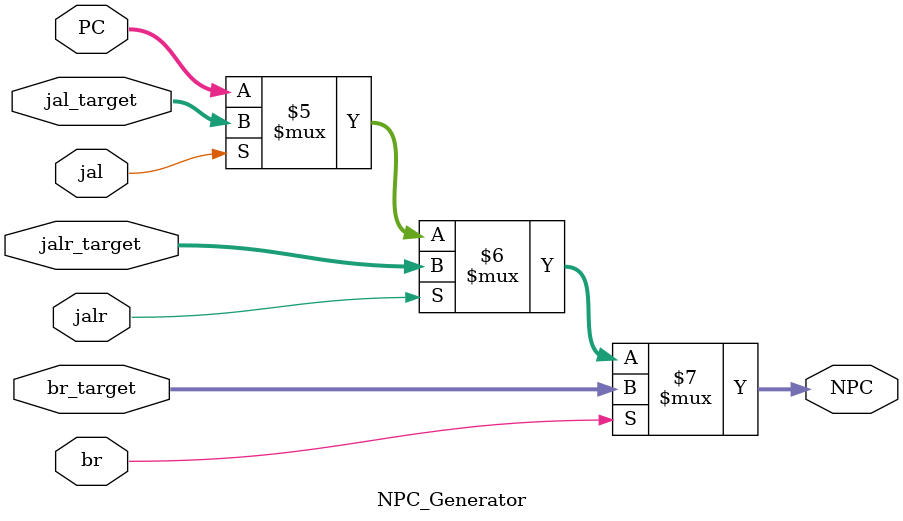
<source format=v>
`timescale 1ns / 1ps


//  功能说明
    //  根据跳转信号，决定执行的下一条指令地址
    //  debug端口用于simulation时批量写入数据，可以忽略
// 输入
    // PC                指令地址（PC + 4, 而非PC）
    // jal_target        jal跳转地址
    // jalr_target       jalr跳转地址
    // br_target         br跳转地址
    // jal               jal == 1时，有jal跳转
    // jalr              jalr == 1时，有jalr跳转
    // br                br == 1时，有br跳转
// 输出
    // NPC               下一条执行的指令地址
// 实验要求  
    // 实现NPC_Generator

module NPC_Generator(
    input wire [31:0] PC, jal_target, jalr_target, br_target,
    input wire jal, jalr, br,
    output reg [31:0] NPC
    );

    // TODO: Complete this module
    always@(*)
    begin
       NPC = (br == 1'b1) ? br_target : (jalr == 1'b1) ? jalr_target : (jal == 1'b1) ? jal_target : PC;
    end
    

endmodule
</source>
